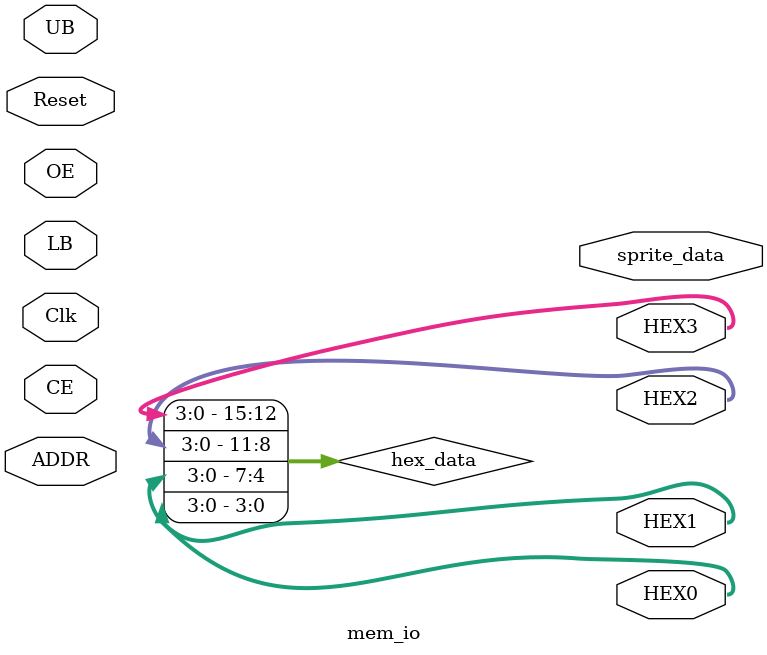
<source format=sv>
module mem_io (input logic Clk, Reset,
					input logic [19:0]  ADDR, 
					input logic CE, UB, LB, OE,
					output logic [15:0] sprite_data,
					output logic [3:0]  HEX0, HEX1, HEX2, HEX3);
					
	logic [15:0] hex_data;
	assign HEX0 = hex_data[3:0];
	assign HEX1 = hex_data[7:4];
	assign HEX2 = hex_data[11:8];
	assign HEX3 = hex_data[15:12];
	
	
endmodule

</source>
